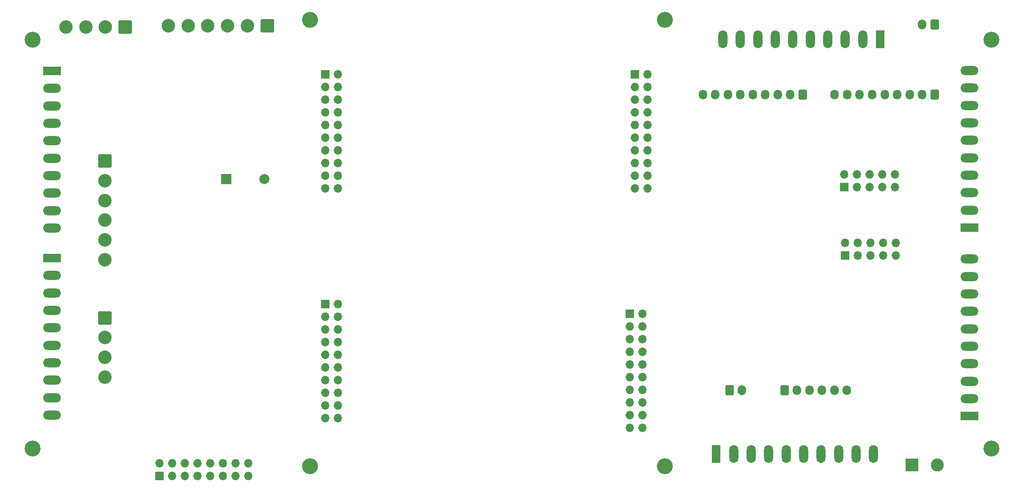
<source format=gbr>
%TF.GenerationSoftware,KiCad,Pcbnew,6.0.8-f2edbf62ab~116~ubuntu20.04.1*%
%TF.CreationDate,2022-12-03T19:21:23+01:00*%
%TF.ProjectId,shield_chm36VA,73686965-6c64-45f6-9368-6d333656412e,rev?*%
%TF.SameCoordinates,Original*%
%TF.FileFunction,Soldermask,Bot*%
%TF.FilePolarity,Negative*%
%FSLAX46Y46*%
G04 Gerber Fmt 4.6, Leading zero omitted, Abs format (unit mm)*
G04 Created by KiCad (PCBNEW 6.0.8-f2edbf62ab~116~ubuntu20.04.1) date 2022-12-03 19:21:23*
%MOMM*%
%LPD*%
G01*
G04 APERTURE LIST*
G04 Aperture macros list*
%AMRoundRect*
0 Rectangle with rounded corners*
0 $1 Rounding radius*
0 $2 $3 $4 $5 $6 $7 $8 $9 X,Y pos of 4 corners*
0 Add a 4 corners polygon primitive as box body*
4,1,4,$2,$3,$4,$5,$6,$7,$8,$9,$2,$3,0*
0 Add four circle primitives for the rounded corners*
1,1,$1+$1,$2,$3*
1,1,$1+$1,$4,$5*
1,1,$1+$1,$6,$7*
1,1,$1+$1,$8,$9*
0 Add four rect primitives between the rounded corners*
20,1,$1+$1,$2,$3,$4,$5,0*
20,1,$1+$1,$4,$5,$6,$7,0*
20,1,$1+$1,$6,$7,$8,$9,0*
20,1,$1+$1,$8,$9,$2,$3,0*%
G04 Aperture macros list end*
%ADD10R,2.000000X2.000000*%
%ADD11C,2.000000*%
%ADD12C,3.200000*%
%ADD13R,1.700000X1.700000*%
%ADD14O,1.700000X1.700000*%
%ADD15RoundRect,0.250000X0.600000X0.750000X-0.600000X0.750000X-0.600000X-0.750000X0.600000X-0.750000X0*%
%ADD16O,1.700000X2.000000*%
%ADD17RoundRect,0.250000X-0.600000X-0.750000X0.600000X-0.750000X0.600000X0.750000X-0.600000X0.750000X0*%
%ADD18R,3.600000X1.800000*%
%ADD19O,3.600000X1.800000*%
%ADD20RoundRect,0.250001X-1.099999X1.099999X-1.099999X-1.099999X1.099999X-1.099999X1.099999X1.099999X0*%
%ADD21C,2.700000*%
%ADD22R,1.800000X3.600000*%
%ADD23O,1.800000X3.600000*%
%ADD24RoundRect,0.250000X0.600000X0.725000X-0.600000X0.725000X-0.600000X-0.725000X0.600000X-0.725000X0*%
%ADD25O,1.700000X1.950000*%
%ADD26RoundRect,0.250001X1.099999X1.099999X-1.099999X1.099999X-1.099999X-1.099999X1.099999X-1.099999X0*%
%ADD27RoundRect,0.250000X-0.600000X-0.725000X0.600000X-0.725000X0.600000X0.725000X-0.600000X0.725000X0*%
%ADD28R,2.600000X2.600000*%
%ADD29C,2.600000*%
G04 APERTURE END LIST*
D10*
X86200000Y-80000000D03*
D11*
X93800000Y-80000000D03*
D12*
X239400000Y-52000000D03*
D13*
X209920000Y-81540000D03*
D14*
X209920000Y-79000000D03*
X212460000Y-81540000D03*
X212460000Y-79000000D03*
X215000000Y-81540000D03*
X215000000Y-79000000D03*
X217540000Y-81540000D03*
X217540000Y-79000000D03*
X220080000Y-81540000D03*
X220080000Y-79000000D03*
D13*
X210120000Y-95275000D03*
D14*
X210120000Y-92735000D03*
X212660000Y-95275000D03*
X212660000Y-92735000D03*
X215200000Y-95275000D03*
X215200000Y-92735000D03*
X217740000Y-95275000D03*
X217740000Y-92735000D03*
X220280000Y-95275000D03*
X220280000Y-92735000D03*
D15*
X228000000Y-49000000D03*
D16*
X225500000Y-49000000D03*
D17*
X186950000Y-122275000D03*
D16*
X189450000Y-122275000D03*
D18*
X235000000Y-127500000D03*
D19*
X235000000Y-124000000D03*
X235000000Y-120500000D03*
X235000000Y-117000000D03*
X235000000Y-113500000D03*
X235000000Y-110000000D03*
X235000000Y-106500000D03*
X235000000Y-103000000D03*
X235000000Y-99500000D03*
X235000000Y-96000000D03*
D12*
X103000000Y-137500000D03*
X239400000Y-134000000D03*
D13*
X168000000Y-59000000D03*
D14*
X170540000Y-59000000D03*
X168000000Y-61540000D03*
X170540000Y-61540000D03*
X168000000Y-64080000D03*
X170540000Y-64080000D03*
X168000000Y-66620000D03*
X170540000Y-66620000D03*
X168000000Y-69160000D03*
X170540000Y-69160000D03*
X168000000Y-71700000D03*
X170540000Y-71700000D03*
X168000000Y-74240000D03*
X170540000Y-74240000D03*
X168000000Y-76780000D03*
X170540000Y-76780000D03*
X168000000Y-79320000D03*
X170540000Y-79320000D03*
X168000000Y-81860000D03*
X170540000Y-81860000D03*
D12*
X47400000Y-134000000D03*
D20*
X61950000Y-76322500D03*
D21*
X61950000Y-80282500D03*
X61950000Y-84242500D03*
X61950000Y-88202500D03*
X61950000Y-92162500D03*
X61950000Y-96122500D03*
D13*
X72800000Y-139500000D03*
D14*
X72800000Y-136960000D03*
X75340000Y-139500000D03*
X75340000Y-136960000D03*
X77880000Y-139500000D03*
X77880000Y-136960000D03*
X80420000Y-139500000D03*
X80420000Y-136960000D03*
X82960000Y-139500000D03*
X82960000Y-136960000D03*
X85500000Y-139500000D03*
X85500000Y-136960000D03*
X88040000Y-139500000D03*
X88040000Y-136960000D03*
X90580000Y-139500000D03*
X90580000Y-136960000D03*
D13*
X106000000Y-59000000D03*
D14*
X108540000Y-59000000D03*
X106000000Y-61540000D03*
X108540000Y-61540000D03*
X106000000Y-64080000D03*
X108540000Y-64080000D03*
X106000000Y-66620000D03*
X108540000Y-66620000D03*
X106000000Y-69160000D03*
X108540000Y-69160000D03*
X106000000Y-71700000D03*
X108540000Y-71700000D03*
X106000000Y-74240000D03*
X108540000Y-74240000D03*
X106000000Y-76780000D03*
X108540000Y-76780000D03*
X106000000Y-79320000D03*
X108540000Y-79320000D03*
X106000000Y-81860000D03*
X108540000Y-81860000D03*
D22*
X184290000Y-135067500D03*
D23*
X187790000Y-135067500D03*
X191290000Y-135067500D03*
X194790000Y-135067500D03*
X198290000Y-135067500D03*
X201790000Y-135067500D03*
X205290000Y-135067500D03*
X208790000Y-135067500D03*
X212290000Y-135067500D03*
X215790000Y-135067500D03*
D22*
X217110000Y-51932500D03*
D23*
X213610000Y-51932500D03*
X210110000Y-51932500D03*
X206610000Y-51932500D03*
X203110000Y-51932500D03*
X199610000Y-51932500D03*
X196110000Y-51932500D03*
X192610000Y-51932500D03*
X189110000Y-51932500D03*
X185610000Y-51932500D03*
D13*
X106000000Y-105000000D03*
D14*
X108540000Y-105000000D03*
X106000000Y-107540000D03*
X108540000Y-107540000D03*
X106000000Y-110080000D03*
X108540000Y-110080000D03*
X106000000Y-112620000D03*
X108540000Y-112620000D03*
X106000000Y-115160000D03*
X108540000Y-115160000D03*
X106000000Y-117700000D03*
X108540000Y-117700000D03*
X106000000Y-120240000D03*
X108540000Y-120240000D03*
X106000000Y-122780000D03*
X108540000Y-122780000D03*
X106000000Y-125320000D03*
X108540000Y-125320000D03*
X106000000Y-127860000D03*
X108540000Y-127860000D03*
D24*
X228000000Y-63000000D03*
D25*
X225500000Y-63000000D03*
X223000000Y-63000000D03*
X220500000Y-63000000D03*
X218000000Y-63000000D03*
X215500000Y-63000000D03*
X213000000Y-63000000D03*
X210500000Y-63000000D03*
X208000000Y-63000000D03*
D26*
X94400000Y-49200000D03*
D21*
X90440000Y-49200000D03*
X86480000Y-49200000D03*
X82520000Y-49200000D03*
X78560000Y-49200000D03*
X74600000Y-49200000D03*
D24*
X201600000Y-63000000D03*
D25*
X199100000Y-63000000D03*
X196600000Y-63000000D03*
X194100000Y-63000000D03*
X191600000Y-63000000D03*
X189100000Y-63000000D03*
X186600000Y-63000000D03*
X184100000Y-63000000D03*
X181600000Y-63000000D03*
D27*
X197950000Y-122275000D03*
D25*
X200450000Y-122275000D03*
X202950000Y-122275000D03*
X205450000Y-122275000D03*
X207950000Y-122275000D03*
X210450000Y-122275000D03*
D12*
X103000000Y-48000000D03*
D18*
X51332500Y-58290000D03*
D19*
X51332500Y-61790000D03*
X51332500Y-65290000D03*
X51332500Y-68790000D03*
X51332500Y-72290000D03*
X51332500Y-75790000D03*
X51332500Y-79290000D03*
X51332500Y-82790000D03*
X51332500Y-86290000D03*
X51332500Y-89790000D03*
D18*
X51332500Y-95790000D03*
D19*
X51332500Y-99290000D03*
X51332500Y-102790000D03*
X51332500Y-106290000D03*
X51332500Y-109790000D03*
X51332500Y-113290000D03*
X51332500Y-116790000D03*
X51332500Y-120290000D03*
X51332500Y-123790000D03*
X51332500Y-127290000D03*
D12*
X174000000Y-137500000D03*
X174000000Y-48000000D03*
D13*
X167000000Y-107000000D03*
D14*
X169540000Y-107000000D03*
X167000000Y-109540000D03*
X169540000Y-109540000D03*
X167000000Y-112080000D03*
X169540000Y-112080000D03*
X167000000Y-114620000D03*
X169540000Y-114620000D03*
X167000000Y-117160000D03*
X169540000Y-117160000D03*
X167000000Y-119700000D03*
X169540000Y-119700000D03*
X167000000Y-122240000D03*
X169540000Y-122240000D03*
X167000000Y-124780000D03*
X169540000Y-124780000D03*
X167000000Y-127320000D03*
X169540000Y-127320000D03*
X167000000Y-129860000D03*
X169540000Y-129860000D03*
D12*
X47400000Y-52000000D03*
D28*
X223455000Y-137305000D03*
D29*
X228535000Y-137305000D03*
D18*
X235000000Y-89710000D03*
D19*
X235000000Y-86210000D03*
X235000000Y-82710000D03*
X235000000Y-79210000D03*
X235000000Y-75710000D03*
X235000000Y-72210000D03*
X235000000Y-68710000D03*
X235000000Y-65210000D03*
X235000000Y-61710000D03*
X235000000Y-58210000D03*
D26*
X66000000Y-49500000D03*
D21*
X62040000Y-49500000D03*
X58080000Y-49500000D03*
X54120000Y-49500000D03*
D20*
X61950000Y-107782500D03*
D21*
X61950000Y-111742500D03*
X61950000Y-115702500D03*
X61950000Y-119662500D03*
M02*

</source>
